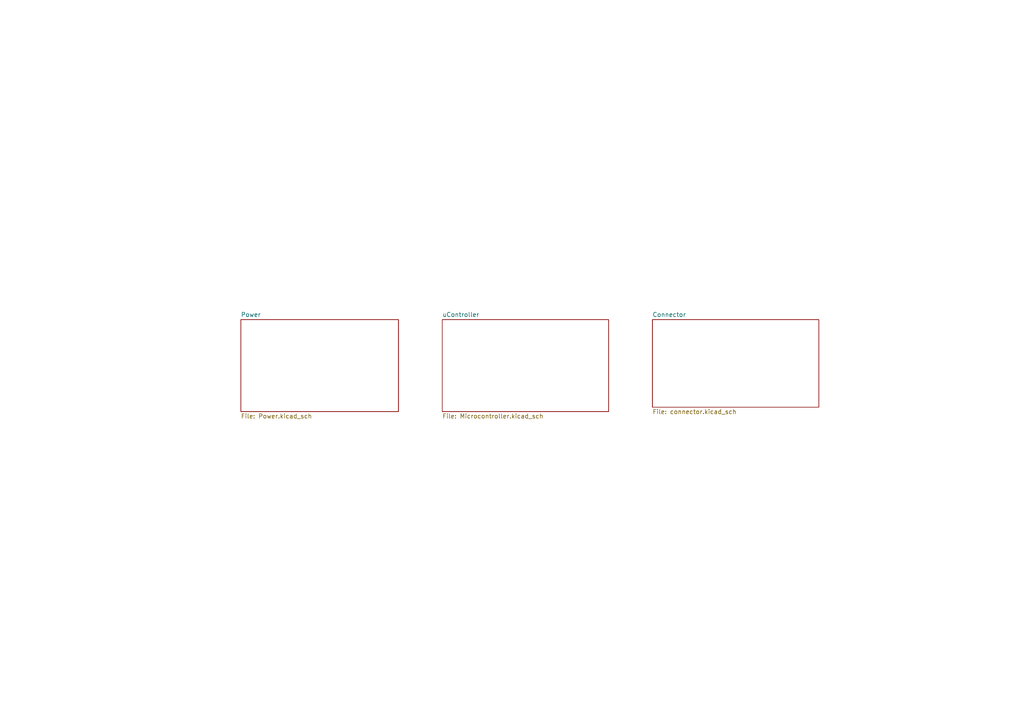
<source format=kicad_sch>
(kicad_sch
	(version 20250114)
	(generator "eeschema")
	(generator_version "9.0")
	(uuid "65c203a8-7f22-402b-abbf-e622dfdd9a1f")
	(paper "A4")
	(title_block
		(title "Atmega32 Evaluation Board")
		(date "2025-10-28")
		(rev "v1.0")
		(company "OCA")
	)
	(lib_symbols)
	(sheet
		(at 189.23 92.71)
		(size 48.26 25.4)
		(exclude_from_sim no)
		(in_bom yes)
		(on_board yes)
		(dnp no)
		(fields_autoplaced yes)
		(stroke
			(width 0.1524)
			(type solid)
		)
		(fill
			(color 0 0 0 0.0000)
		)
		(uuid "b90c54c8-86b3-4387-a8c1-91233783bf69")
		(property "Sheetname" "Connector"
			(at 189.23 91.9984 0)
			(effects
				(font
					(size 1.27 1.27)
				)
				(justify left bottom)
			)
		)
		(property "Sheetfile" "connector.kicad_sch"
			(at 189.23 118.6946 0)
			(effects
				(font
					(size 1.27 1.27)
				)
				(justify left top)
			)
		)
		(instances
			(project "ATMEGA32_evaluation_board"
				(path "/65c203a8-7f22-402b-abbf-e622dfdd9a1f"
					(page "4")
				)
			)
		)
	)
	(sheet
		(at 128.27 92.71)
		(size 48.26 26.67)
		(exclude_from_sim no)
		(in_bom yes)
		(on_board yes)
		(dnp no)
		(fields_autoplaced yes)
		(stroke
			(width 0.1524)
			(type solid)
		)
		(fill
			(color 0 0 0 0.0000)
		)
		(uuid "c57b9c0d-6508-4993-9a8a-bbdfe187ad2f")
		(property "Sheetname" "uController"
			(at 128.27 91.9984 0)
			(effects
				(font
					(size 1.27 1.27)
				)
				(justify left bottom)
			)
		)
		(property "Sheetfile" "Microcontroller.kicad_sch"
			(at 128.27 119.9646 0)
			(effects
				(font
					(size 1.27 1.27)
				)
				(justify left top)
			)
		)
		(instances
			(project "ATMEGA32_evaluation_board"
				(path "/65c203a8-7f22-402b-abbf-e622dfdd9a1f"
					(page "3")
				)
			)
		)
	)
	(sheet
		(at 69.85 92.71)
		(size 45.72 26.67)
		(exclude_from_sim no)
		(in_bom yes)
		(on_board yes)
		(dnp no)
		(fields_autoplaced yes)
		(stroke
			(width 0.1524)
			(type solid)
		)
		(fill
			(color 0 0 0 0.0000)
		)
		(uuid "e095716e-0642-4396-a98f-5e187ab10cae")
		(property "Sheetname" "Power"
			(at 69.85 91.9984 0)
			(effects
				(font
					(size 1.27 1.27)
				)
				(justify left bottom)
			)
		)
		(property "Sheetfile" "Power.kicad_sch"
			(at 69.85 119.9646 0)
			(effects
				(font
					(size 1.27 1.27)
				)
				(justify left top)
			)
		)
		(instances
			(project "ATMEGA32_evaluation_board"
				(path "/65c203a8-7f22-402b-abbf-e622dfdd9a1f"
					(page "2")
				)
			)
		)
	)
	(sheet_instances
		(path "/"
			(page "1")
		)
	)
	(embedded_fonts no)
)

</source>
